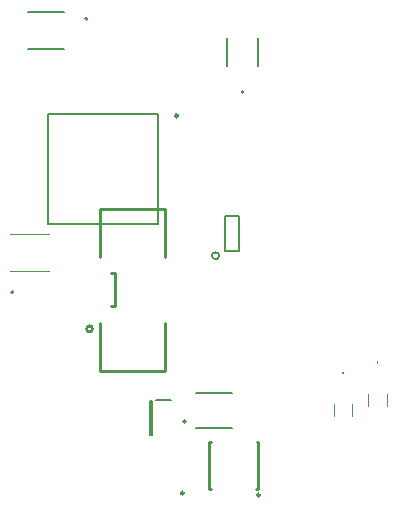
<source format=gbo>
G04*
G04 #@! TF.GenerationSoftware,Altium Limited,Altium Designer,18.0.7 (293)*
G04*
G04 Layer_Color=32896*
%FSLAX25Y25*%
%MOIN*%
G70*
G01*
G75*
%ADD10C,0.00394*%
%ADD11C,0.00787*%
%ADD12C,0.01000*%
%ADD13C,0.00500*%
%ADD127C,0.00984*%
D10*
X392004Y496286D02*
X404996D01*
X392035Y508681D02*
X405028D01*
X506150Y448032D02*
Y451968D01*
Y448032D02*
Y451968D01*
X499850Y448032D02*
Y451968D01*
Y448032D02*
Y451968D01*
X517650Y451532D02*
Y455469D01*
Y451532D02*
Y455469D01*
X511350Y451532D02*
Y455469D01*
Y451532D02*
Y455469D01*
D11*
X393094Y489382D02*
G03*
X393094Y489382I-394J0D01*
G01*
X417779Y580437D02*
G03*
X417779Y580437I-394J0D01*
G01*
X469894Y556150D02*
G03*
X469894Y556150I-394J0D01*
G01*
X450571Y446260D02*
G03*
X450571Y446260I-394J0D01*
G01*
X503000Y462205D02*
G03*
X503000Y462598I0J197D01*
G01*
D02*
G03*
X503000Y462205I0J-197D01*
G01*
D02*
G03*
X503000Y462598I0J197D01*
G01*
X514500Y465705D02*
G03*
X514500Y466098I0J197D01*
G01*
D02*
G03*
X514500Y465705I0J-197D01*
G01*
D02*
G03*
X514500Y466098I0J197D01*
G01*
X440673Y453406D02*
X445595D01*
X439295Y441752D02*
Y453248D01*
X438705Y441752D02*
X439295D01*
X438705D02*
Y453248D01*
X439295D01*
X441307Y512193D02*
Y548807D01*
X404693Y512193D02*
X441307D01*
X404693D02*
Y548807D01*
X441307D01*
D12*
X419508Y477126D02*
G03*
X419508Y477126I-1000J0D01*
G01*
X475265Y421737D02*
G03*
X475265Y421737I-432J0D01*
G01*
X422008Y463126D02*
Y479126D01*
Y501126D02*
Y517126D01*
X443508Y501126D02*
Y517126D01*
Y463126D02*
Y479126D01*
X422008Y463126D02*
X443508D01*
X425508Y495626D02*
X427008D01*
Y487376D02*
Y492876D01*
X425508Y484626D02*
X427008D01*
Y487376D01*
Y492876D02*
Y495626D01*
X422008Y517126D02*
X443508D01*
X458371Y423681D02*
Y439429D01*
X458871D01*
X458371Y423681D02*
X458871D01*
X474771Y423617D02*
Y439365D01*
X474271Y439491D02*
X474771D01*
X474145Y423617D02*
X474771D01*
D13*
X461669Y501520D02*
G03*
X461669Y501520I-1181J0D01*
G01*
X463638Y503094D02*
X468362D01*
X463638D02*
Y514906D01*
X468362D01*
Y503094D02*
Y514906D01*
X397898Y570398D02*
X410102D01*
X397898Y582602D02*
X410102D01*
X464185Y564693D02*
Y573984D01*
X474815Y564693D02*
Y573984D01*
X454095Y455905D02*
X465906D01*
X454095Y444095D02*
X465906D01*
D127*
X449988Y422402D02*
G03*
X449988Y422402I-492J0D01*
G01*
X448000Y548216D02*
G03*
X448000Y548216I-492J0D01*
G01*
M02*

</source>
